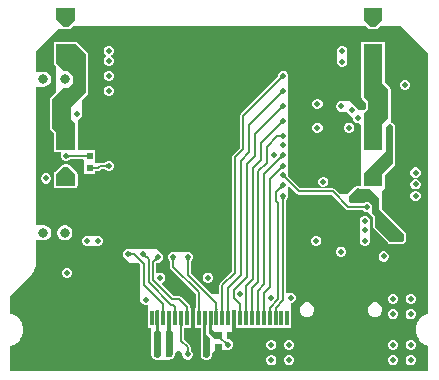
<source format=gtl>
G04*
G04 #@! TF.GenerationSoftware,Altium Limited,Altium Designer,24.10.1 (45)*
G04*
G04 Layer_Physical_Order=1*
G04 Layer_Color=255*
%FSLAX25Y25*%
%MOIN*%
G70*
G04*
G04 #@! TF.SameCoordinates,F1BA22F4-9FB4-4C3A-9B32-68D4286BD9C5*
G04*
G04*
G04 #@! TF.FilePolarity,Positive*
G04*
G01*
G75*
%ADD13R,0.07480X0.08661*%
%ADD14R,0.01181X0.05118*%
%ADD15R,0.02362X0.02362*%
%ADD16R,0.02362X0.02362*%
%ADD17R,0.06299X0.03937*%
%ADD26C,0.00630*%
%ADD27C,0.00551*%
%ADD28C,0.03150*%
%ADD29C,0.01968*%
%ADD30C,0.02756*%
G36*
X125197Y118110D02*
X122835Y115748D01*
X121260D01*
X118898Y118110D01*
Y122047D01*
X125197D01*
Y118110D01*
D02*
G37*
G36*
X22835D02*
X20472Y115748D01*
X18898D01*
X16535Y118110D01*
Y122047D01*
X22835D01*
Y118110D01*
D02*
G37*
G36*
X140528Y107110D02*
Y20330D01*
X139763Y20125D01*
X139622Y20055D01*
X139473Y20005D01*
X138494Y19439D01*
X138375Y19335D01*
X138244Y19248D01*
X137445Y18449D01*
X137357Y18317D01*
X137254Y18199D01*
X136688Y17220D01*
X136638Y17071D01*
X136568Y16930D01*
X136275Y15838D01*
X136265Y15680D01*
X136234Y15526D01*
Y14395D01*
X136265Y14241D01*
X136275Y14084D01*
X136568Y12992D01*
X136638Y12850D01*
X136688Y12701D01*
X137254Y11722D01*
X137357Y11604D01*
X137445Y11473D01*
X138244Y10673D01*
X138375Y10586D01*
X138494Y10482D01*
X139473Y9917D01*
X139622Y9866D01*
X139763Y9796D01*
X140528Y9591D01*
Y1204D01*
X1204D01*
Y9591D01*
X1969Y9796D01*
X2110Y9866D01*
X2259Y9917D01*
X3238Y10482D01*
X3357Y10586D01*
X3488Y10673D01*
X4287Y11473D01*
X4375Y11604D01*
X4479Y11722D01*
X5044Y12701D01*
X5094Y12850D01*
X5164Y12992D01*
X5457Y14084D01*
X5467Y14241D01*
X5498Y14395D01*
Y15526D01*
X5467Y15680D01*
X5457Y15838D01*
X5164Y16930D01*
X5094Y17071D01*
X5044Y17220D01*
X4479Y18199D01*
X4375Y18317D01*
X4287Y18449D01*
X3488Y19248D01*
X3357Y19335D01*
X3238Y19439D01*
X2259Y20005D01*
X2110Y20055D01*
X1969Y20125D01*
X1204Y20330D01*
Y26273D01*
X7843Y32911D01*
X7859Y32936D01*
X7883Y32954D01*
X8259Y33369D01*
X8305Y33445D01*
X8368Y33508D01*
X8989Y34438D01*
X9035Y34547D01*
X9101Y34646D01*
X9528Y35679D01*
X9551Y35795D01*
X9597Y35905D01*
X9815Y37001D01*
Y37091D01*
X9837Y37177D01*
X9864Y37736D01*
X9860Y37766D01*
X9866Y37795D01*
Y44685D01*
X12205D01*
Y44685D01*
X12542D01*
X13193Y44859D01*
X13776Y45196D01*
X14253Y45673D01*
X14589Y46256D01*
X14764Y46907D01*
Y47581D01*
X14589Y48232D01*
X14253Y48815D01*
X13776Y49292D01*
X13193Y49629D01*
X12542Y49803D01*
X9866D01*
Y95866D01*
X12542D01*
X13193Y96040D01*
X13776Y96377D01*
X14253Y96854D01*
X14589Y97437D01*
X14764Y98088D01*
Y98762D01*
X14589Y99413D01*
X14253Y99997D01*
X13776Y100473D01*
X13193Y100810D01*
X12542Y100984D01*
X9866D01*
Y107700D01*
X17191Y115025D01*
X20772D01*
X20983Y115237D01*
X20983Y115237D01*
X22085Y116339D01*
X119647D01*
X120749Y115237D01*
X120983Y115080D01*
X121260Y115025D01*
X122835D01*
X123111Y115080D01*
X123346Y115237D01*
X124447Y116339D01*
X131299D01*
X140528Y107110D01*
D02*
G37*
%LPC*%
G36*
X34274Y109567D02*
X33600D01*
X32978Y109309D01*
X32502Y108833D01*
X32244Y108211D01*
Y107537D01*
X32502Y106915D01*
X32978Y106439D01*
X33022Y106421D01*
Y106020D01*
X32978Y106002D01*
X32502Y105526D01*
X32244Y104904D01*
Y104230D01*
X32502Y103608D01*
X32978Y103132D01*
X33600Y102874D01*
X34274D01*
X34896Y103132D01*
X35372Y103608D01*
X35630Y104230D01*
Y104904D01*
X35372Y105526D01*
X34896Y106002D01*
X34852Y106020D01*
Y106421D01*
X34896Y106439D01*
X35372Y106915D01*
X35630Y107537D01*
Y108211D01*
X35372Y108833D01*
X34896Y109309D01*
X34274Y109567D01*
D02*
G37*
G36*
X112148D02*
X111474D01*
X110852Y109309D01*
X110376Y108833D01*
X110118Y108211D01*
Y103994D01*
X110376Y103372D01*
X110852Y102895D01*
X111474Y102638D01*
X112148D01*
X112770Y102895D01*
X113246Y103372D01*
X113504Y103994D01*
Y108211D01*
X113246Y108833D01*
X112770Y109309D01*
X112148Y109567D01*
D02*
G37*
G36*
X34274Y101260D02*
X33600D01*
X32978Y101002D01*
X32502Y100526D01*
X32244Y99904D01*
Y99230D01*
X32502Y98608D01*
X32978Y98132D01*
X33600Y97874D01*
X34274D01*
X34896Y98132D01*
X35372Y98608D01*
X35630Y99230D01*
Y99904D01*
X35372Y100526D01*
X34896Y101002D01*
X34274Y101260D01*
D02*
G37*
G36*
X133014Y98150D02*
X132340D01*
X131718Y97892D01*
X131242Y97416D01*
X130984Y96793D01*
Y96120D01*
X131242Y95498D01*
X131718Y95021D01*
X132340Y94764D01*
X133014D01*
X133636Y95021D01*
X134112Y95498D01*
X134370Y96120D01*
Y96793D01*
X134112Y97416D01*
X133636Y97892D01*
X133014Y98150D01*
D02*
G37*
G36*
X34274Y96260D02*
X33600D01*
X32978Y96002D01*
X32502Y95526D01*
X32244Y94904D01*
Y94230D01*
X32502Y93608D01*
X32978Y93132D01*
X33600Y92874D01*
X34274D01*
X34896Y93132D01*
X35372Y93608D01*
X35630Y94230D01*
Y94904D01*
X35372Y95526D01*
X34896Y96002D01*
X34274Y96260D01*
D02*
G37*
G36*
X103880Y91850D02*
X103207D01*
X102584Y91593D01*
X102108Y91116D01*
X101850Y90494D01*
Y89821D01*
X102108Y89198D01*
X102584Y88722D01*
X103207Y88465D01*
X103880D01*
X104502Y88722D01*
X104979Y89198D01*
X105236Y89821D01*
Y90494D01*
X104979Y91116D01*
X104502Y91593D01*
X103880Y91850D01*
D02*
G37*
G36*
X125197Y110959D02*
X118898Y110959D01*
X118828Y110945D01*
X118189D01*
Y110306D01*
X118175Y110236D01*
X118175Y92520D01*
X118230Y92243D01*
X118387Y92009D01*
X119750Y90646D01*
Y88882D01*
X119057Y88189D01*
X117323D01*
Y88221D01*
X114481Y91063D01*
X111081D01*
X110458Y90805D01*
X109982Y90329D01*
X109724Y89707D01*
Y89033D01*
X109982Y88411D01*
X110458Y87935D01*
X111081Y87677D01*
X113078D01*
X115236Y85519D01*
Y84732D01*
X116228Y83740D01*
X117441D01*
X118175Y83006D01*
X118175Y74803D01*
X118189Y74733D01*
X118189Y74094D01*
X118189D01*
Y74081D01*
X118189Y74081D01*
Y66999D01*
X118175Y66929D01*
Y62992D01*
X117873Y62730D01*
X116437D01*
X116161Y62675D01*
X115926Y62519D01*
X113465Y60058D01*
X111103D01*
X109399Y61762D01*
X109061Y61988D01*
X108661Y62067D01*
X108661Y62067D01*
X97834D01*
X93740Y66161D01*
Y69230D01*
Y73368D01*
Y79230D01*
X93740Y79904D01*
Y84230D01*
X93740Y84230D01*
Y84904D01*
X93740Y84904D01*
Y89230D01*
X93740Y89230D01*
Y89904D01*
X93740Y89904D01*
Y94230D01*
X93740Y94230D01*
Y94904D01*
X93740Y94904D01*
Y99230D01*
X93740Y99230D01*
Y99904D01*
X93740Y99904D01*
Y100173D01*
X93534Y100672D01*
X93152Y101053D01*
X92654Y101260D01*
X91711D01*
X91088Y101002D01*
X90612Y100526D01*
X90354Y99904D01*
Y99350D01*
X78002Y86998D01*
X77776Y86659D01*
X77697Y86260D01*
X77697Y86260D01*
Y75629D01*
X75246Y73179D01*
X75020Y72840D01*
X74941Y72441D01*
X74941Y72441D01*
Y34291D01*
X71112Y30462D01*
X70886Y30124D01*
X70807Y29724D01*
X70807Y29724D01*
Y26772D01*
X68405D01*
X61477Y33700D01*
Y37631D01*
X61481Y37652D01*
X61489Y37677D01*
X61500Y37703D01*
X61514Y37732D01*
X61533Y37763D01*
X61558Y37797D01*
X61589Y37835D01*
X61644Y37892D01*
X61678Y37945D01*
X61868Y38135D01*
X62126Y38758D01*
Y39431D01*
X61868Y40053D01*
X61392Y40530D01*
X60770Y40787D01*
X55096D01*
X54474Y40530D01*
X53998Y40053D01*
X53740Y39431D01*
Y38758D01*
X53998Y38135D01*
X54188Y37945D01*
X54222Y37892D01*
X54277Y37835D01*
X54308Y37797D01*
X54333Y37763D01*
X54352Y37732D01*
X54366Y37703D01*
X54377Y37677D01*
X54385Y37652D01*
X54389Y37631D01*
Y35906D01*
X54389Y35906D01*
X54469Y35506D01*
X54695Y35168D01*
X62933Y26930D01*
Y22165D01*
X62598D01*
Y15630D01*
X64632D01*
Y6458D01*
X64687Y6182D01*
X64867Y5747D01*
X65023Y5513D01*
X65355Y5181D01*
X65590Y5024D01*
X66024Y4844D01*
X66300Y4789D01*
X66770D01*
X67047Y4844D01*
X67481Y5024D01*
X67715Y5181D01*
X68048Y5513D01*
X68204Y5747D01*
X68204Y5747D01*
X68384Y6182D01*
X68439Y6458D01*
Y7022D01*
X69291Y7874D01*
Y10236D01*
X71653D01*
Y8150D01*
X73959D01*
X74581Y8407D01*
X75057Y8884D01*
X75315Y9506D01*
Y10905D01*
X74409Y11811D01*
X73228D01*
Y14173D01*
X75197D01*
Y15630D01*
Y21457D01*
X76378D01*
Y15630D01*
X94803D01*
Y22165D01*
Y23898D01*
X94923D01*
X95546Y24155D01*
X96022Y24632D01*
X96280Y25254D01*
Y25927D01*
X96022Y26550D01*
X95546Y27026D01*
X94923Y27283D01*
X93091D01*
Y58104D01*
X93095Y58125D01*
X93103Y58150D01*
X93114Y58176D01*
X93128Y58204D01*
X93147Y58235D01*
X93172Y58270D01*
X93204Y58307D01*
X93258Y58364D01*
X93292Y58418D01*
X93482Y58608D01*
X93740Y59230D01*
Y62643D01*
X93884Y62754D01*
X94104Y62845D01*
X96664Y60286D01*
X96664Y60286D01*
X97002Y60059D01*
X97402Y59980D01*
X97402Y59980D01*
X108229D01*
X113042Y55168D01*
X113380Y54941D01*
X113779Y54862D01*
X113780Y54862D01*
X118728D01*
X119378Y54213D01*
X120356D01*
X122014Y52555D01*
Y49213D01*
X122069Y48936D01*
X122225Y48702D01*
X127147Y43780D01*
X127381Y43624D01*
X127657Y43569D01*
X131890D01*
X132166Y43624D01*
X132401Y43780D01*
X132991Y44371D01*
X133148Y44605D01*
X133203Y44882D01*
Y46752D01*
X133148Y47028D01*
X132991Y47263D01*
X128168Y52086D01*
X128168Y52086D01*
X124935Y55319D01*
Y58760D01*
Y61313D01*
X125906Y62283D01*
Y62922D01*
X125919Y62992D01*
Y66630D01*
X129251Y69962D01*
X129408Y70196D01*
X129463Y70473D01*
Y82518D01*
X129408Y82795D01*
X129228Y83229D01*
X129228Y83229D01*
X129071Y83463D01*
X128739Y83796D01*
X128505Y83952D01*
X128505Y83952D01*
X128070Y84132D01*
X127888Y84187D01*
Y85433D01*
Y95276D01*
X127833Y95552D01*
X127676Y95786D01*
X125919Y97543D01*
Y110236D01*
X125906Y110306D01*
Y110945D01*
X125267D01*
X125197Y110959D01*
D02*
G37*
G36*
X114510Y83976D02*
X113837D01*
X113214Y83719D01*
X112738Y83242D01*
X112480Y82620D01*
Y81947D01*
X112738Y81324D01*
X113214Y80848D01*
X113837Y80591D01*
X114510D01*
X115132Y80848D01*
X115608Y81324D01*
X115866Y81947D01*
Y82620D01*
X115608Y83242D01*
X115132Y83719D01*
X114510Y83976D01*
D02*
G37*
G36*
X103880Y83976D02*
X103207D01*
X102584Y83719D01*
X102108Y83242D01*
X101850Y82620D01*
Y81947D01*
X102108Y81324D01*
X102584Y80848D01*
X103207Y80590D01*
X103880D01*
X104502Y80848D01*
X104979Y81324D01*
X105236Y81947D01*
Y82620D01*
X104979Y83242D01*
X104502Y83719D01*
X103880Y83976D01*
D02*
G37*
G36*
X22835Y110959D02*
X16535D01*
X16466Y110945D01*
X15827D01*
Y110306D01*
X15813Y110236D01*
Y103543D01*
X15868Y103267D01*
X16025Y103032D01*
X16535Y102522D01*
Y94329D01*
X14450Y92243D01*
X14293Y92009D01*
X14238Y91732D01*
Y87008D01*
Y82284D01*
X14293Y82007D01*
X14450Y81773D01*
X15813Y80409D01*
Y74803D01*
X15827Y74733D01*
Y74094D01*
X16466D01*
X16535Y74081D01*
X17992D01*
Y72498D01*
X18250Y71876D01*
X18726Y71399D01*
X19348Y71142D01*
X20022D01*
X20644Y71399D01*
X20834Y71590D01*
X20888Y71624D01*
X20945Y71678D01*
X20982Y71710D01*
X21016Y71735D01*
X21048Y71754D01*
X21076Y71768D01*
X21102Y71779D01*
X21127Y71786D01*
X21148Y71791D01*
X25386D01*
X25669Y71508D01*
X25669Y70945D01*
X25669Y70545D01*
Y67008D01*
X29449D01*
Y67854D01*
X30315D01*
X30315Y67854D01*
X30714Y67933D01*
X31053Y68160D01*
X31417Y68523D01*
X32474D01*
X32495Y68519D01*
X32520Y68511D01*
X32546Y68500D01*
X32574Y68486D01*
X32605Y68467D01*
X32640Y68442D01*
X32678Y68411D01*
X32734Y68356D01*
X32788Y68322D01*
X32978Y68132D01*
X33600Y67874D01*
X34274D01*
X34896Y68132D01*
X35372Y68608D01*
X35630Y69230D01*
Y69904D01*
X35372Y70526D01*
X34896Y71002D01*
X34274Y71260D01*
X33600D01*
X32978Y71002D01*
X32788Y70812D01*
X32734Y70778D01*
X32678Y70723D01*
X32640Y70692D01*
X32606Y70667D01*
X32574Y70648D01*
X32546Y70634D01*
X32520Y70623D01*
X32495Y70615D01*
X32474Y70611D01*
X29607D01*
X29449Y70945D01*
X29449Y71187D01*
Y74724D01*
X23949D01*
X23557Y74803D01*
X23557Y83465D01*
Y84943D01*
X24921Y86307D01*
Y91616D01*
X26889Y93584D01*
X27046Y93818D01*
X27101Y94095D01*
Y106693D01*
X27046Y106969D01*
X26889Y107204D01*
X23543Y110549D01*
Y110945D01*
X22905D01*
X22835Y110959D01*
D02*
G37*
G36*
X136557Y69016D02*
X135884D01*
X135261Y68758D01*
X134785Y68282D01*
X134528Y67660D01*
Y66986D01*
X134785Y66364D01*
X135261Y65888D01*
X135884Y65630D01*
X136557D01*
X137179Y65888D01*
X137656Y66364D01*
X137913Y66986D01*
Y67660D01*
X137656Y68282D01*
X137179Y68758D01*
X136557Y69016D01*
D02*
G37*
G36*
X13329Y67047D02*
X12655D01*
X12033Y66790D01*
X11557Y66313D01*
X11299Y65691D01*
Y65018D01*
X11557Y64395D01*
X12033Y63919D01*
X12655Y63661D01*
X13329D01*
X13951Y63919D01*
X14427Y64395D01*
X14685Y65018D01*
Y65691D01*
X14427Y66313D01*
X13951Y66790D01*
X13329Y67047D01*
D02*
G37*
G36*
X105849Y65866D02*
X105175D01*
X104553Y65608D01*
X104077Y65132D01*
X103819Y64510D01*
Y63836D01*
X104077Y63214D01*
X104553Y62738D01*
X105175Y62480D01*
X105849D01*
X106471Y62738D01*
X106947Y63214D01*
X107205Y63836D01*
Y64510D01*
X106947Y65132D01*
X106471Y65608D01*
X105849Y65866D01*
D02*
G37*
G36*
X20472Y70014D02*
X18898D01*
X18621Y69959D01*
X18387Y69802D01*
X16222Y67638D01*
X15827D01*
Y66999D01*
X15813Y66929D01*
Y62992D01*
X15827Y62922D01*
Y62283D01*
X16466D01*
X16535Y62270D01*
X22835D01*
X22905Y62283D01*
X23543D01*
Y62922D01*
X23557Y62992D01*
Y66929D01*
X23543Y66999D01*
Y67638D01*
X23148D01*
X20983Y69802D01*
X20749Y69959D01*
X20472Y70014D01*
D02*
G37*
G36*
X136557Y65079D02*
X135884D01*
X135261Y64821D01*
X134785Y64345D01*
X134528Y63723D01*
Y63049D01*
X134785Y62427D01*
X135261Y61951D01*
X135884Y61693D01*
X136557D01*
X137179Y61951D01*
X137656Y62427D01*
X137913Y63049D01*
Y63723D01*
X137656Y64345D01*
X137179Y64821D01*
X136557Y65079D01*
D02*
G37*
G36*
Y61142D02*
X135884D01*
X135261Y60884D01*
X134785Y60408D01*
X134528Y59786D01*
Y59112D01*
X134785Y58490D01*
X135261Y58014D01*
X135884Y57756D01*
X136557D01*
X137179Y58014D01*
X137656Y58490D01*
X137913Y59112D01*
Y59786D01*
X137656Y60408D01*
X137179Y60884D01*
X136557Y61142D01*
D02*
G37*
G36*
X19628Y49803D02*
X18954D01*
X18304Y49629D01*
X17720Y49292D01*
X17244Y48815D01*
X16907Y48232D01*
X16732Y47581D01*
Y46907D01*
X16907Y46256D01*
X17244Y45673D01*
X17720Y45196D01*
X18304Y44859D01*
X18954Y44685D01*
X19628D01*
X20279Y44859D01*
X20863Y45196D01*
X21339Y45673D01*
X21676Y46256D01*
X21850Y46907D01*
Y47581D01*
X21676Y48232D01*
X21339Y48815D01*
X20863Y49292D01*
X20279Y49629D01*
X19628Y49803D01*
D02*
G37*
G36*
X119628Y52874D02*
X118955D01*
X118332Y52616D01*
X117856Y52140D01*
X117598Y51518D01*
Y48368D01*
Y44151D01*
X117856Y43529D01*
X118332Y43053D01*
X118955Y42795D01*
X119628D01*
X120250Y43053D01*
X120727Y43529D01*
X120984Y44151D01*
Y51518D01*
X120727Y52140D01*
X120250Y52616D01*
X119628Y52874D01*
D02*
G37*
G36*
X103486Y46181D02*
X102813D01*
X102191Y45923D01*
X101714Y45447D01*
X101457Y44825D01*
Y44151D01*
X101714Y43529D01*
X102191Y43053D01*
X102813Y42795D01*
X103486D01*
X104109Y43053D01*
X104585Y43529D01*
X104842Y44151D01*
Y44825D01*
X104585Y45447D01*
X104109Y45923D01*
X103486Y46181D01*
D02*
G37*
G36*
X30652D02*
X26435D01*
X25813Y45923D01*
X25337Y45447D01*
X25079Y44825D01*
Y44151D01*
X25337Y43529D01*
X25813Y43053D01*
X26435Y42795D01*
X30652D01*
X31274Y43053D01*
X31750Y43529D01*
X32008Y44151D01*
Y44825D01*
X31750Y45447D01*
X31274Y45923D01*
X30652Y46181D01*
D02*
G37*
G36*
X111754Y42638D02*
X111081D01*
X110458Y42380D01*
X109982Y41904D01*
X109724Y41282D01*
Y40608D01*
X109982Y39986D01*
X110458Y39510D01*
X111081Y39252D01*
X111754D01*
X112376Y39510D01*
X112853Y39986D01*
X113110Y40608D01*
Y41282D01*
X112853Y41904D01*
X112376Y42380D01*
X111754Y42638D01*
D02*
G37*
G36*
X125927Y41063D02*
X125254D01*
X124632Y40805D01*
X124155Y40329D01*
X123898Y39707D01*
Y39033D01*
X124155Y38411D01*
X124632Y37935D01*
X125254Y37677D01*
X125927D01*
X126549Y37935D01*
X127026Y38411D01*
X127284Y39033D01*
Y39707D01*
X127026Y40329D01*
X126549Y40805D01*
X125927Y41063D01*
D02*
G37*
G36*
X20415Y35551D02*
X19742D01*
X19120Y35293D01*
X18644Y34817D01*
X18386Y34195D01*
Y33522D01*
X18644Y32899D01*
X19120Y32423D01*
X19742Y32165D01*
X20415D01*
X21038Y32423D01*
X21514Y32899D01*
X21772Y33522D01*
Y34195D01*
X21514Y34817D01*
X21038Y35293D01*
X20415Y35551D01*
D02*
G37*
G36*
X67266Y33976D02*
X66592D01*
X65970Y33719D01*
X65494Y33242D01*
X65236Y32620D01*
Y31947D01*
X65494Y31324D01*
X65970Y30848D01*
X66592Y30591D01*
X67266D01*
X67888Y30848D01*
X68364Y31324D01*
X68622Y31947D01*
Y32620D01*
X68364Y33242D01*
X67888Y33719D01*
X67266Y33976D01*
D02*
G37*
G36*
X134982Y26890D02*
X134309D01*
X133687Y26632D01*
X133211Y26156D01*
X132953Y25534D01*
Y24860D01*
X133211Y24238D01*
X133687Y23762D01*
X134309Y23504D01*
X134982D01*
X135605Y23762D01*
X136081Y24238D01*
X136339Y24860D01*
Y25534D01*
X136081Y26156D01*
X135605Y26632D01*
X134982Y26890D01*
D02*
G37*
G36*
X129077D02*
X128403D01*
X127781Y26632D01*
X127305Y26156D01*
X127047Y25534D01*
Y24860D01*
X127305Y24238D01*
X127781Y23762D01*
X128403Y23504D01*
X129077D01*
X129699Y23762D01*
X130175Y24238D01*
X130433Y24860D01*
Y25534D01*
X130175Y26156D01*
X129699Y26632D01*
X129077Y26890D01*
D02*
G37*
G36*
X123265Y24016D02*
X122325D01*
X121457Y23656D01*
X120793Y22992D01*
X120433Y22123D01*
Y21184D01*
X120793Y20315D01*
X121457Y19651D01*
X122325Y19291D01*
X123265D01*
X124133Y19651D01*
X124798Y20315D01*
X125157Y21184D01*
Y22123D01*
X124798Y22992D01*
X124133Y23656D01*
X123265Y24016D01*
D02*
G37*
G36*
X100509D02*
X99569D01*
X98701Y23656D01*
X98037Y22992D01*
X97677Y22123D01*
Y21184D01*
X98037Y20315D01*
X98701Y19651D01*
X99569Y19291D01*
X100509D01*
X101377Y19651D01*
X102042Y20315D01*
X102402Y21184D01*
Y22123D01*
X102042Y22992D01*
X101377Y23656D01*
X100509Y24016D01*
D02*
G37*
G36*
X134982Y21772D02*
X134309D01*
X133687Y21514D01*
X133211Y21038D01*
X132953Y20415D01*
Y19742D01*
X133211Y19120D01*
X133687Y18644D01*
X134309Y18386D01*
X134982D01*
X135605Y18644D01*
X136081Y19120D01*
X136339Y19742D01*
Y20415D01*
X136081Y21038D01*
X135605Y21514D01*
X134982Y21772D01*
D02*
G37*
G36*
X129077D02*
X128403D01*
X127781Y21514D01*
X127305Y21038D01*
X127047Y20415D01*
Y19742D01*
X127305Y19120D01*
X127781Y18644D01*
X128403Y18386D01*
X129077D01*
X129699Y18644D01*
X130175Y19120D01*
X130433Y19742D01*
Y20415D01*
X130175Y21038D01*
X129699Y21514D01*
X129077Y21772D01*
D02*
G37*
G36*
X134982Y11535D02*
X134309D01*
X133687Y11278D01*
X133211Y10802D01*
X132953Y10179D01*
Y9506D01*
X133211Y8884D01*
X133687Y8407D01*
X134309Y8150D01*
X134982D01*
X135605Y8407D01*
X136081Y8884D01*
X136339Y9506D01*
Y10179D01*
X136081Y10802D01*
X135605Y11278D01*
X134982Y11535D01*
D02*
G37*
G36*
X129077D02*
X128403D01*
X127781Y11278D01*
X127305Y10802D01*
X127047Y10179D01*
Y9506D01*
X127305Y8884D01*
X127781Y8407D01*
X128403Y8150D01*
X129077D01*
X129699Y8407D01*
X130175Y8884D01*
X130433Y9506D01*
Y10179D01*
X130175Y10802D01*
X129699Y11278D01*
X129077Y11535D01*
D02*
G37*
G36*
X94431D02*
X93758D01*
X93135Y11278D01*
X92659Y10802D01*
X92402Y10179D01*
Y9506D01*
X92659Y8884D01*
X93135Y8407D01*
X93758Y8150D01*
X94431D01*
X95053Y8407D01*
X95530Y8884D01*
X95787Y9506D01*
Y10179D01*
X95530Y10802D01*
X95053Y11278D01*
X94431Y11535D01*
D02*
G37*
G36*
X88526D02*
X87852D01*
X87230Y11278D01*
X86754Y10802D01*
X86496Y10179D01*
Y9506D01*
X86754Y8884D01*
X87230Y8407D01*
X87852Y8150D01*
X88526D01*
X89148Y8407D01*
X89624Y8884D01*
X89882Y9506D01*
Y10179D01*
X89624Y10802D01*
X89148Y11278D01*
X88526Y11535D01*
D02*
G37*
G36*
X50071Y41850D02*
X39751D01*
X38760Y40859D01*
Y39456D01*
X41168Y37048D01*
X44153D01*
X44291Y36910D01*
Y24574D01*
X45498Y23368D01*
X46120Y23110D01*
X46793D01*
X46929Y23020D01*
Y15630D01*
X48031D01*
Y7087D01*
X48031Y6669D01*
X48351Y5897D01*
X48942Y5306D01*
X49714Y4986D01*
X50132Y4986D01*
X54211D01*
X54488Y5041D01*
X54994Y5251D01*
X55229Y5407D01*
X55616Y5795D01*
X55616Y5795D01*
X55773Y6030D01*
X55983Y6536D01*
X56037Y6813D01*
Y7219D01*
X56693Y7874D01*
X57699D01*
X58543Y7030D01*
Y6356D01*
X58801Y5734D01*
X59277Y5258D01*
X59899Y5000D01*
X60573D01*
X61195Y5258D01*
X61671Y5734D01*
X61929Y6356D01*
Y7030D01*
X61671Y7652D01*
X61480Y7843D01*
X61445Y7898D01*
X61381Y7964D01*
X61339Y8012D01*
X61306Y8056D01*
X61281Y8095D01*
X61263Y8128D01*
X61251Y8156D01*
X61243Y8178D01*
X61240Y8191D01*
Y9055D01*
X61163Y9439D01*
X60946Y9765D01*
X59074Y11636D01*
Y15630D01*
X61417D01*
Y22165D01*
X61083D01*
Y22638D01*
X61083Y22638D01*
X61004Y23037D01*
X60777Y23376D01*
X58218Y25935D01*
X57880Y26161D01*
X57480Y26241D01*
X57480Y26241D01*
X55550D01*
X51570Y30221D01*
X51693Y30663D01*
X52140Y30848D01*
X52616Y31324D01*
X52874Y31947D01*
Y32620D01*
X52616Y33242D01*
X52140Y33719D01*
X51518Y33976D01*
X50844D01*
X50263Y33735D01*
X49863Y33882D01*
Y37048D01*
X50781D01*
X52126Y38393D01*
Y39796D01*
X50071Y41850D01*
D02*
G37*
G36*
X134982Y6417D02*
X134309D01*
X133687Y6160D01*
X133211Y5683D01*
X132953Y5061D01*
Y4388D01*
X133211Y3765D01*
X133687Y3289D01*
X134309Y3032D01*
X134982D01*
X135605Y3289D01*
X136081Y3765D01*
X136339Y4388D01*
Y5061D01*
X136081Y5683D01*
X135605Y6160D01*
X134982Y6417D01*
D02*
G37*
G36*
X129077D02*
X128403D01*
X127781Y6160D01*
X127305Y5683D01*
X127047Y5061D01*
Y4388D01*
X127305Y3765D01*
X127781Y3289D01*
X128403Y3032D01*
X129077D01*
X129699Y3289D01*
X130175Y3765D01*
X130433Y4388D01*
Y5061D01*
X130175Y5683D01*
X129699Y6160D01*
X129077Y6417D01*
D02*
G37*
G36*
X94431D02*
X93758D01*
X93135Y6160D01*
X92659Y5683D01*
X92402Y5061D01*
Y4388D01*
X92659Y3765D01*
X93135Y3289D01*
X93758Y3032D01*
X94431D01*
X95053Y3289D01*
X95530Y3765D01*
X95787Y4388D01*
Y5061D01*
X95530Y5683D01*
X95053Y6160D01*
X94431Y6417D01*
D02*
G37*
G36*
X88526D02*
X87852D01*
X87230Y6160D01*
X86754Y5683D01*
X86496Y5061D01*
Y4388D01*
X86754Y3765D01*
X87230Y3289D01*
X87852Y3032D01*
X88526D01*
X89148Y3289D01*
X89624Y3765D01*
X89882Y4388D01*
Y5061D01*
X89624Y5683D01*
X89148Y6160D01*
X88526Y6417D01*
D02*
G37*
%LPD*%
G36*
X125197Y97244D02*
X127165Y95276D01*
Y85433D01*
X125197Y83465D01*
X125197Y74803D01*
X118898D01*
X118898Y87008D01*
X120472Y88583D01*
Y90945D01*
X118898Y92520D01*
X118898Y110236D01*
X125197Y110236D01*
Y97244D01*
D02*
G37*
G36*
X92037Y72047D02*
X91935Y72045D01*
X91836Y72036D01*
X91742Y72021D01*
X91651Y71999D01*
X91565Y71971D01*
X91482Y71936D01*
X91404Y71895D01*
X91329Y71847D01*
X91259Y71793D01*
X91193Y71732D01*
X90748Y72177D01*
X90808Y72243D01*
X90863Y72314D01*
X90911Y72388D01*
X90952Y72466D01*
X90987Y72549D01*
X91015Y72635D01*
X91037Y72726D01*
X91052Y72820D01*
X91061Y72919D01*
X91063Y73022D01*
X92037Y72047D01*
D02*
G37*
G36*
Y68583D02*
X91935Y68581D01*
X91836Y68572D01*
X91742Y68557D01*
X91651Y68535D01*
X91565Y68506D01*
X91482Y68472D01*
X91404Y68430D01*
X91329Y68383D01*
X91259Y68328D01*
X91193Y68267D01*
X90748Y68713D01*
X90808Y68779D01*
X90863Y68849D01*
X90911Y68923D01*
X90952Y69002D01*
X90987Y69084D01*
X91015Y69171D01*
X91037Y69261D01*
X91052Y69356D01*
X91061Y69454D01*
X91063Y69557D01*
X92037Y68583D01*
D02*
G37*
G36*
X128228Y83285D02*
X128560Y82952D01*
X128740Y82518D01*
Y82284D01*
Y70473D01*
X125197Y66929D01*
Y62992D01*
X118898D01*
Y66929D01*
X118898D01*
X126378Y74410D01*
Y82284D01*
Y82518D01*
X126558Y82952D01*
X126890Y83285D01*
X127324Y83465D01*
X127794D01*
X128228Y83285D01*
D02*
G37*
G36*
X92037Y62047D02*
X91935Y62045D01*
X91836Y62036D01*
X91742Y62021D01*
X91651Y61999D01*
X91565Y61971D01*
X91482Y61936D01*
X91404Y61895D01*
X91329Y61847D01*
X91259Y61793D01*
X91193Y61732D01*
X90748Y62177D01*
X90808Y62243D01*
X90863Y62314D01*
X90911Y62388D01*
X90952Y62466D01*
X90987Y62549D01*
X91015Y62635D01*
X91037Y62726D01*
X91052Y62820D01*
X91061Y62919D01*
X91063Y63022D01*
X92037Y62047D01*
D02*
G37*
G36*
X92665Y58790D02*
X92602Y58714D01*
X92545Y58636D01*
X92497Y58557D01*
X92456Y58476D01*
X92422Y58393D01*
X92396Y58308D01*
X92377Y58222D01*
X92366Y58134D01*
X92362Y58044D01*
X91732D01*
X91729Y58134D01*
X91717Y58222D01*
X91699Y58308D01*
X91672Y58393D01*
X91639Y58476D01*
X91598Y58557D01*
X91549Y58636D01*
X91493Y58714D01*
X91429Y58790D01*
X91358Y58864D01*
X92736D01*
X92665Y58790D01*
D02*
G37*
G36*
X124213Y58760D02*
Y55020D01*
X127657Y51575D01*
X132480Y46752D01*
Y44882D01*
X131890Y44291D01*
X127657D01*
X122736Y49213D01*
Y52854D01*
X121850Y53740D01*
X121850Y56595D01*
X120768Y57677D01*
X119390D01*
X118996Y57284D01*
X114469D01*
X113976Y57776D01*
Y59547D01*
X116437Y62008D01*
X120965D01*
X124213Y58760D01*
D02*
G37*
G36*
X61051Y38317D02*
X60987Y38241D01*
X60931Y38164D01*
X60883Y38084D01*
X60842Y38003D01*
X60808Y37920D01*
X60782Y37836D01*
X60763Y37749D01*
X60752Y37661D01*
X60748Y37571D01*
X60118D01*
X60114Y37661D01*
X60103Y37749D01*
X60084Y37836D01*
X60058Y37920D01*
X60025Y38003D01*
X59983Y38084D01*
X59935Y38164D01*
X59879Y38241D01*
X59815Y38317D01*
X59744Y38392D01*
X61122D01*
X61051Y38317D01*
D02*
G37*
G36*
X56051D02*
X55987Y38241D01*
X55931Y38164D01*
X55883Y38084D01*
X55841Y38003D01*
X55808Y37920D01*
X55782Y37836D01*
X55763Y37749D01*
X55752Y37661D01*
X55748Y37571D01*
X55118D01*
X55114Y37661D01*
X55103Y37749D01*
X55084Y37836D01*
X55058Y37920D01*
X55025Y38003D01*
X54984Y38084D01*
X54935Y38164D01*
X54879Y38241D01*
X54815Y38317D01*
X54744Y38392D01*
X56122D01*
X56051Y38317D01*
D02*
G37*
G36*
X89885Y21955D02*
X89906Y21753D01*
X89924Y21671D01*
X89948Y21602D01*
X89977Y21545D01*
X90011Y21501D01*
X90051Y21470D01*
X90095Y21451D01*
X90145Y21445D01*
X88988D01*
X89038Y21451D01*
X89083Y21470D01*
X89123Y21501D01*
X89157Y21545D01*
X89186Y21602D01*
X89210Y21671D01*
X89228Y21753D01*
X89241Y21848D01*
X89249Y21955D01*
X89252Y22075D01*
X89882D01*
X89885Y21955D01*
D02*
G37*
G36*
X87916D02*
X87937Y21753D01*
X87956Y21671D01*
X87979Y21602D01*
X88008Y21545D01*
X88042Y21501D01*
X88082Y21470D01*
X88127Y21451D01*
X88177Y21445D01*
X87020D01*
X87070Y21451D01*
X87115Y21470D01*
X87154Y21501D01*
X87189Y21545D01*
X87218Y21602D01*
X87241Y21671D01*
X87260Y21753D01*
X87273Y21848D01*
X87281Y21955D01*
X87283Y22075D01*
X87913D01*
X87916Y21955D01*
D02*
G37*
G36*
X85948D02*
X85969Y21753D01*
X85987Y21671D01*
X86011Y21602D01*
X86040Y21545D01*
X86074Y21501D01*
X86114Y21470D01*
X86158Y21451D01*
X86208Y21445D01*
X85051D01*
X85101Y21451D01*
X85146Y21470D01*
X85186Y21501D01*
X85220Y21545D01*
X85249Y21602D01*
X85273Y21671D01*
X85291Y21753D01*
X85304Y21848D01*
X85312Y21955D01*
X85315Y22075D01*
X85945D01*
X85948Y21955D01*
D02*
G37*
G36*
X83979D02*
X84000Y21753D01*
X84019Y21671D01*
X84042Y21602D01*
X84071Y21545D01*
X84105Y21501D01*
X84145Y21470D01*
X84190Y21451D01*
X84240Y21445D01*
X83083D01*
X83133Y21451D01*
X83178Y21470D01*
X83217Y21501D01*
X83252Y21545D01*
X83281Y21602D01*
X83304Y21671D01*
X83323Y21753D01*
X83336Y21848D01*
X83344Y21955D01*
X83346Y22075D01*
X83976D01*
X83979Y21955D01*
D02*
G37*
G36*
X82011D02*
X82032Y21753D01*
X82050Y21671D01*
X82074Y21602D01*
X82103Y21545D01*
X82137Y21501D01*
X82177Y21470D01*
X82221Y21451D01*
X82271Y21445D01*
X81114D01*
X81164Y21451D01*
X81209Y21470D01*
X81249Y21501D01*
X81283Y21545D01*
X81312Y21602D01*
X81336Y21671D01*
X81354Y21753D01*
X81367Y21848D01*
X81375Y21955D01*
X81378Y22075D01*
X82008D01*
X82011Y21955D01*
D02*
G37*
G36*
X80042D02*
X80063Y21753D01*
X80081Y21671D01*
X80105Y21602D01*
X80134Y21545D01*
X80168Y21501D01*
X80208Y21470D01*
X80253Y21451D01*
X80303Y21445D01*
X79146D01*
X79196Y21451D01*
X79241Y21470D01*
X79280Y21501D01*
X79315Y21545D01*
X79344Y21602D01*
X79367Y21671D01*
X79386Y21753D01*
X79399Y21848D01*
X79407Y21955D01*
X79409Y22075D01*
X80039D01*
X80042Y21955D01*
D02*
G37*
G36*
X78074D02*
X78095Y21753D01*
X78113Y21671D01*
X78137Y21602D01*
X78166Y21545D01*
X78200Y21501D01*
X78240Y21470D01*
X78284Y21451D01*
X78334Y21445D01*
X77177D01*
X77227Y21451D01*
X77272Y21470D01*
X77312Y21501D01*
X77346Y21545D01*
X77375Y21602D01*
X77399Y21671D01*
X77417Y21753D01*
X77430Y21848D01*
X77438Y21955D01*
X77441Y22075D01*
X78071D01*
X78074Y21955D01*
D02*
G37*
G36*
X74137D02*
X74158Y21753D01*
X74176Y21671D01*
X74200Y21602D01*
X74229Y21545D01*
X74263Y21501D01*
X74303Y21470D01*
X74347Y21451D01*
X74397Y21445D01*
X73240D01*
X73290Y21451D01*
X73335Y21470D01*
X73375Y21501D01*
X73409Y21545D01*
X73438Y21602D01*
X73462Y21671D01*
X73480Y21753D01*
X73493Y21848D01*
X73501Y21955D01*
X73504Y22075D01*
X74134D01*
X74137Y21955D01*
D02*
G37*
G36*
X72168D02*
X72189Y21753D01*
X72207Y21671D01*
X72231Y21602D01*
X72260Y21545D01*
X72294Y21501D01*
X72334Y21470D01*
X72379Y21451D01*
X72429Y21445D01*
X71272D01*
X71322Y21451D01*
X71367Y21470D01*
X71406Y21501D01*
X71441Y21545D01*
X71469Y21602D01*
X71493Y21671D01*
X71512Y21753D01*
X71525Y21848D01*
X71533Y21955D01*
X71535Y22075D01*
X72165D01*
X72168Y21955D01*
D02*
G37*
G36*
X70200D02*
X70221Y21753D01*
X70239Y21671D01*
X70263Y21602D01*
X70292Y21545D01*
X70326Y21501D01*
X70366Y21470D01*
X70410Y21451D01*
X70460Y21445D01*
X69303D01*
X69353Y21451D01*
X69398Y21470D01*
X69438Y21501D01*
X69472Y21545D01*
X69501Y21602D01*
X69525Y21671D01*
X69543Y21753D01*
X69556Y21848D01*
X69564Y21955D01*
X69567Y22075D01*
X70197D01*
X70200Y21955D01*
D02*
G37*
G36*
X64294D02*
X64315Y21753D01*
X64333Y21671D01*
X64357Y21602D01*
X64386Y21545D01*
X64420Y21501D01*
X64460Y21470D01*
X64505Y21451D01*
X64555Y21445D01*
X63398D01*
X63448Y21451D01*
X63493Y21470D01*
X63532Y21501D01*
X63566Y21545D01*
X63595Y21602D01*
X63619Y21671D01*
X63638Y21753D01*
X63651Y21848D01*
X63659Y21955D01*
X63661Y22075D01*
X64291D01*
X64294Y21955D01*
D02*
G37*
G36*
X68504Y14961D02*
X69291Y14173D01*
X71653D01*
Y12289D01*
X71688Y12228D01*
X71751Y12139D01*
X71829Y12041D01*
X72031Y11823D01*
X71641Y11433D01*
X71529Y11542D01*
X71326Y11714D01*
X71236Y11776D01*
X71175Y11811D01*
X69291D01*
X67323Y13780D01*
Y18898D01*
X68504D01*
Y14961D01*
D02*
G37*
G36*
X72794Y11066D02*
X72863Y11015D01*
X72937Y10970D01*
X73017Y10931D01*
X73102Y10898D01*
X73193Y10871D01*
X73290Y10851D01*
X73392Y10837D01*
X73499Y10829D01*
X73612Y10827D01*
X72638Y9852D01*
X72636Y9965D01*
X72628Y10073D01*
X72614Y10175D01*
X72593Y10271D01*
X72567Y10362D01*
X72534Y10447D01*
X72495Y10527D01*
X72450Y10601D01*
X72399Y10670D01*
X72342Y10733D01*
X72731Y11123D01*
X72794Y11066D01*
D02*
G37*
G36*
X66535Y13386D02*
X67716Y12205D01*
Y6693D01*
Y6458D01*
X67537Y6024D01*
X67204Y5692D01*
X66770Y5512D01*
X66300D01*
X65866Y5692D01*
X65534Y6024D01*
X65354Y6458D01*
Y6693D01*
Y18898D01*
X66535D01*
Y13386D01*
D02*
G37*
G36*
X26378Y106693D02*
Y94095D01*
X21260Y88976D01*
X21260Y85039D01*
X22835Y83465D01*
X22835Y74803D01*
X16535D01*
Y80709D01*
X14961Y82284D01*
Y87008D01*
Y91732D01*
X18898Y95669D01*
X20472D01*
X22047Y97244D01*
Y99606D01*
X20472Y101181D01*
X18898D01*
X16535Y103543D01*
Y110236D01*
X22835D01*
X26378Y106693D01*
D02*
G37*
G36*
X26402Y72205D02*
X26395Y72265D01*
X26376Y72318D01*
X26344Y72365D01*
X26299Y72406D01*
X26241Y72441D01*
X26171Y72469D01*
X26087Y72491D01*
X25991Y72507D01*
X25882Y72517D01*
X25760Y72520D01*
Y73150D01*
X25882Y73153D01*
X25991Y73162D01*
X26087Y73178D01*
X26171Y73200D01*
X26241Y73228D01*
X26299Y73263D01*
X26344Y73304D01*
X26376Y73351D01*
X26395Y73405D01*
X26402Y73465D01*
Y72205D01*
D02*
G37*
G36*
X20462Y73453D02*
X20538Y73389D01*
X20616Y73333D01*
X20695Y73284D01*
X20776Y73243D01*
X20859Y73210D01*
X20944Y73183D01*
X21030Y73165D01*
X21118Y73153D01*
X21208Y73150D01*
Y72520D01*
X21118Y72516D01*
X21030Y72505D01*
X20944Y72486D01*
X20859Y72460D01*
X20776Y72426D01*
X20695Y72385D01*
X20616Y72336D01*
X20538Y72280D01*
X20462Y72217D01*
X20388Y72146D01*
Y73524D01*
X20462Y73453D01*
D02*
G37*
G36*
X33234Y68878D02*
X33160Y68949D01*
X33084Y69013D01*
X33006Y69069D01*
X32927Y69117D01*
X32846Y69159D01*
X32763Y69192D01*
X32678Y69218D01*
X32592Y69237D01*
X32504Y69248D01*
X32414Y69252D01*
Y69882D01*
X32504Y69886D01*
X32592Y69897D01*
X32678Y69916D01*
X32763Y69942D01*
X32846Y69975D01*
X32927Y70016D01*
X33006Y70065D01*
X33084Y70121D01*
X33160Y70185D01*
X33234Y70256D01*
Y68878D01*
D02*
G37*
G36*
X28723Y69468D02*
X28742Y69414D01*
X28774Y69367D01*
X28819Y69326D01*
X28877Y69291D01*
X28947Y69263D01*
X29031Y69241D01*
X29127Y69225D01*
X29236Y69216D01*
X29358Y69213D01*
Y68583D01*
X29236Y68580D01*
X29127Y68570D01*
X29031Y68554D01*
X28947Y68532D01*
X28877Y68504D01*
X28819Y68469D01*
X28774Y68428D01*
X28742Y68381D01*
X28723Y68328D01*
X28716Y68268D01*
Y69528D01*
X28723Y69468D01*
D02*
G37*
G36*
X22835Y66929D02*
Y62992D01*
X16535D01*
Y66929D01*
X18898Y69291D01*
X20472D01*
X22835Y66929D01*
D02*
G37*
G36*
X41230Y40775D02*
X41306Y40712D01*
X41383Y40656D01*
X41463Y40607D01*
X41544Y40566D01*
X41627Y40532D01*
X41712Y40506D01*
X41798Y40487D01*
X41886Y40476D01*
X41976Y40472D01*
Y39843D01*
X41886Y39839D01*
X41798Y39828D01*
X41712Y39809D01*
X41627Y39783D01*
X41544Y39749D01*
X41463Y39708D01*
X41383Y39659D01*
X41306Y39603D01*
X41230Y39540D01*
X41156Y39469D01*
Y40846D01*
X41230Y40775D01*
D02*
G37*
G36*
X46459Y40045D02*
X46468Y39946D01*
X46483Y39852D01*
X46505Y39761D01*
X46533Y39675D01*
X46568Y39592D01*
X46609Y39514D01*
X46657Y39440D01*
X46711Y39369D01*
X46772Y39303D01*
X46327Y38858D01*
X46260Y38919D01*
X46190Y38973D01*
X46116Y39021D01*
X46038Y39062D01*
X45955Y39097D01*
X45869Y39125D01*
X45778Y39147D01*
X45684Y39162D01*
X45585Y39171D01*
X45482Y39173D01*
X46457Y40148D01*
X46459Y40045D01*
D02*
G37*
G36*
X50423Y38110D02*
X50321Y38108D01*
X50222Y38099D01*
X50127Y38084D01*
X50037Y38062D01*
X49950Y38034D01*
X49868Y37999D01*
X49790Y37958D01*
X49715Y37910D01*
X49645Y37856D01*
X49579Y37795D01*
X49133Y38240D01*
X49194Y38306D01*
X49249Y38377D01*
X49297Y38451D01*
X49338Y38529D01*
X49373Y38612D01*
X49401Y38698D01*
X49423Y38789D01*
X49438Y38883D01*
X49447Y38982D01*
X49449Y39085D01*
X50423Y38110D01*
D02*
G37*
G36*
X60357Y21955D02*
X60378Y21753D01*
X60396Y21671D01*
X60420Y21602D01*
X60449Y21545D01*
X60483Y21501D01*
X60523Y21470D01*
X60568Y21451D01*
X60618Y21445D01*
X59461D01*
X59511Y21451D01*
X59556Y21470D01*
X59595Y21501D01*
X59629Y21545D01*
X59658Y21602D01*
X59682Y21671D01*
X59701Y21753D01*
X59714Y21848D01*
X59722Y21955D01*
X59724Y22075D01*
X60354D01*
X60357Y21955D01*
D02*
G37*
G36*
X56420D02*
X56441Y21753D01*
X56459Y21671D01*
X56483Y21602D01*
X56512Y21545D01*
X56546Y21501D01*
X56586Y21470D01*
X56631Y21451D01*
X56681Y21445D01*
X55524D01*
X55574Y21451D01*
X55619Y21470D01*
X55658Y21501D01*
X55692Y21545D01*
X55721Y21602D01*
X55745Y21671D01*
X55764Y21753D01*
X55777Y21848D01*
X55785Y21955D01*
X55787Y22075D01*
X56417D01*
X56420Y21955D01*
D02*
G37*
G36*
X52483D02*
X52504Y21753D01*
X52522Y21671D01*
X52546Y21602D01*
X52575Y21545D01*
X52609Y21501D01*
X52649Y21470D01*
X52694Y21451D01*
X52744Y21445D01*
X51587D01*
X51637Y21451D01*
X51682Y21470D01*
X51721Y21501D01*
X51755Y21545D01*
X51784Y21602D01*
X51808Y21671D01*
X51827Y21753D01*
X51840Y21848D01*
X51848Y21955D01*
X51850Y22075D01*
X52480D01*
X52483Y21955D01*
D02*
G37*
G36*
X58570Y16357D02*
X58523Y16340D01*
X58482Y16312D01*
X58446Y16273D01*
X58415Y16222D01*
X58390Y16160D01*
X58371Y16087D01*
X58358Y16002D01*
X58349Y15906D01*
X58346Y15799D01*
X57795D01*
X57793Y15906D01*
X57784Y16002D01*
X57771Y16087D01*
X57751Y16160D01*
X57726Y16222D01*
X57696Y16273D01*
X57660Y16312D01*
X57619Y16340D01*
X57572Y16357D01*
X57520Y16363D01*
X58622D01*
X58570Y16357D01*
D02*
G37*
G36*
X60516Y8143D02*
X60528Y8058D01*
X60549Y7974D01*
X60578Y7890D01*
X60615Y7807D01*
X60661Y7723D01*
X60714Y7641D01*
X60776Y7559D01*
X60847Y7477D01*
X60925Y7396D01*
X59547D01*
X59626Y7477D01*
X59696Y7559D01*
X59758Y7641D01*
X59812Y7723D01*
X59857Y7807D01*
X59895Y7890D01*
X59923Y7974D01*
X59944Y8058D01*
X59957Y8143D01*
X59961Y8228D01*
X60512D01*
X60516Y8143D01*
D02*
G37*
G36*
X54724Y14764D02*
X55315Y14173D01*
Y11811D01*
Y7087D01*
Y6813D01*
X55105Y6306D01*
X54718Y5918D01*
X54211Y5709D01*
X53741D01*
X53379Y5858D01*
X53103Y6135D01*
X52953Y6497D01*
Y6693D01*
Y11811D01*
Y14173D01*
X53543Y14764D01*
Y18898D01*
X54724D01*
Y14764D01*
D02*
G37*
G36*
X50787Y14764D02*
X51378Y14173D01*
Y6693D01*
Y6458D01*
X51198Y6024D01*
X50866Y5692D01*
X50432Y5512D01*
X49962D01*
X49528Y5692D01*
X49196Y6024D01*
X49016Y6458D01*
Y6693D01*
Y14173D01*
X49606Y14764D01*
Y21457D01*
X50787D01*
Y14764D01*
D02*
G37*
D13*
X101181Y31693D02*
D03*
X40551D02*
D03*
D14*
X93504Y18898D02*
D03*
X91535D02*
D03*
X89567D02*
D03*
X87598D02*
D03*
X85630D02*
D03*
X83661D02*
D03*
X81693D02*
D03*
X79724D02*
D03*
X77756D02*
D03*
X75787D02*
D03*
X73819D02*
D03*
X71850D02*
D03*
X69882D02*
D03*
X67913D02*
D03*
X65945D02*
D03*
X63976D02*
D03*
X62008D02*
D03*
X60039D02*
D03*
X58071D02*
D03*
X56102D02*
D03*
X54134D02*
D03*
X52165D02*
D03*
X50197D02*
D03*
X48228D02*
D03*
D15*
X66535Y9055D02*
D03*
X70472D02*
D03*
Y12992D02*
D03*
X74409D02*
D03*
X54134D02*
D03*
X50197D02*
D03*
Y9055D02*
D03*
X54134D02*
D03*
D16*
X27559Y72835D02*
D03*
Y68898D02*
D03*
D17*
X19685Y76772D02*
D03*
Y64961D02*
D03*
Y120079D02*
D03*
Y108268D02*
D03*
X122047Y120079D02*
D03*
Y108268D02*
D03*
Y76772D02*
D03*
Y64961D02*
D03*
D26*
X86614Y75984D02*
X90197Y79567D01*
X86614Y70669D02*
Y75984D01*
X83858Y67913D02*
X86614Y70669D01*
X84646Y77165D02*
X92047Y84567D01*
X84646Y71653D02*
Y77165D01*
X81890Y68898D02*
X84646Y71653D01*
X82677Y80197D02*
X92047Y89567D01*
X82677Y72835D02*
Y80197D01*
X79921Y70079D02*
X82677Y72835D01*
X80709Y74016D02*
Y83228D01*
X77953Y71260D02*
X80709Y74016D01*
Y83228D02*
X92047Y94567D01*
X75984Y72441D02*
X78740Y75197D01*
Y86260D01*
X92047Y99567D01*
X90197Y79567D02*
X92047D01*
X85827Y66811D02*
X92047Y73032D01*
X108661Y61024D02*
X113779Y55905D01*
X97402Y61024D02*
X108661D01*
X113779Y55905D02*
X120079D01*
X92047Y66378D02*
X97402Y61024D01*
X40453Y40157D02*
X42520D01*
X45669Y29921D02*
Y37008D01*
X42520Y40157D02*
X45669Y37008D01*
X47244Y30709D02*
Y38386D01*
X45472Y40157D02*
X47244Y38386D01*
X75590Y25591D02*
X77756Y23425D01*
Y18898D02*
Y23425D01*
X75590Y25591D02*
Y28150D01*
X79921Y32480D01*
X27559Y72835D02*
X27559Y72835D01*
X19685Y72835D02*
X27559D01*
X30315Y68898D02*
X30984Y69567D01*
X33937D01*
X27559Y68898D02*
X30315D01*
X89764Y60748D02*
X92047Y63032D01*
X85827Y30118D02*
Y66811D01*
X89764Y57874D02*
Y60748D01*
X73819Y18898D02*
Y28937D01*
X71850Y18898D02*
Y29724D01*
X69882Y18898D02*
Y23819D01*
X55966Y19034D02*
X56102Y18898D01*
Y22638D01*
X60039Y18898D02*
Y22638D01*
X52165Y18898D02*
Y23425D01*
X63976Y18898D02*
Y27362D01*
X85630Y18898D02*
Y27165D01*
X79724Y18898D02*
Y29528D01*
X83661Y18898D02*
Y27953D01*
X81693Y18898D02*
Y28740D01*
X89567Y18898D02*
Y22244D01*
X87598Y18898D02*
Y22244D01*
X71850Y29724D02*
X75984Y33858D01*
Y72441D01*
X60433Y33268D02*
X69882Y23819D01*
X77953Y33071D02*
Y71260D01*
X73819Y28937D02*
X77953Y33071D01*
X79921Y32480D02*
Y70079D01*
X48819Y31496D02*
X55118Y25197D01*
X57480D02*
X60039Y22638D01*
X55118Y25197D02*
X57480D01*
X90551D02*
Y57087D01*
X89764Y57874D02*
X90551Y57087D01*
X79724Y29528D02*
X81890Y31693D01*
X81693Y28740D02*
X83858Y30906D01*
X83661Y27953D02*
X85827Y30118D01*
X81890Y31693D02*
Y68898D01*
X85630Y27165D02*
X87795Y29331D01*
X83858Y30906D02*
Y67913D01*
X87795Y29331D02*
Y65315D01*
X87598Y22244D02*
X90551Y25197D01*
X89567Y22244D02*
X92047Y24724D01*
Y59567D01*
X87795Y65315D02*
X92047Y69567D01*
X60433Y33268D02*
Y39094D01*
X55433Y35906D02*
X63976Y27362D01*
X55433Y35906D02*
Y39094D01*
X55512Y23228D02*
X56102Y22638D01*
X47244Y30709D02*
X54724Y23228D01*
X55512D01*
X48819Y31496D02*
Y37480D01*
X45669Y29921D02*
X52165Y23425D01*
X48819Y37480D02*
X50433Y39094D01*
D27*
X58071Y11220D02*
Y18898D01*
X60236Y6693D02*
Y9055D01*
X58071Y11220D02*
X60236Y9055D01*
X73622Y9843D02*
X73622D01*
X70472Y12992D02*
X73622Y9843D01*
D28*
X12205Y98425D02*
D03*
X19291D02*
D03*
X12205Y47244D02*
D03*
X19291D02*
D03*
D29*
X88583Y102362D02*
D03*
X33465Y49606D02*
D03*
X62992Y9449D02*
D03*
X44094Y21654D02*
D03*
X51181Y35827D02*
D03*
X94095Y42520D02*
D03*
X66535Y38976D02*
D03*
X23622Y47244D02*
D03*
Y51968D02*
D03*
X2362Y2362D02*
D03*
X139370D02*
D03*
X44980Y6398D02*
D03*
X15650D02*
D03*
X70472Y36614D02*
D03*
X94095Y33465D02*
D03*
X127559Y33071D02*
D03*
X130709Y40157D02*
D03*
X127559Y104331D02*
D03*
X131102Y114961D02*
D03*
X115748D02*
D03*
X96850Y37795D02*
D03*
X137795Y43307D02*
D03*
Y47244D02*
D03*
X22047Y39370D02*
D03*
Y55118D02*
D03*
X12598Y94095D02*
D03*
Y102756D02*
D03*
X30315Y35039D02*
D03*
X20472Y18504D02*
D03*
X116929Y105512D02*
D03*
X111417Y37402D02*
D03*
X88976Y73228D02*
D03*
X92047Y73032D02*
D03*
X114961Y101181D02*
D03*
X134646Y20079D02*
D03*
X128740D02*
D03*
X134646Y25197D02*
D03*
X128740D02*
D03*
X88189Y4724D02*
D03*
X94095D02*
D03*
X88189Y9843D02*
D03*
X94095D02*
D03*
X128740D02*
D03*
X134646D02*
D03*
X128740Y4724D02*
D03*
X134646D02*
D03*
X116929Y61024D02*
D03*
X114961Y58268D02*
D03*
X105512Y64173D02*
D03*
X108661D02*
D03*
Y57874D02*
D03*
X33937Y94567D02*
D03*
Y99567D02*
D03*
X26772Y44488D02*
D03*
X30315D02*
D03*
X20079Y33858D02*
D03*
X46457Y24803D02*
D03*
X40453Y40157D02*
D03*
X45472D02*
D03*
X122047Y116929D02*
D03*
X120079Y55905D02*
D03*
X77559Y26772D02*
D03*
X128347Y67323D02*
D03*
Y59449D02*
D03*
X128347Y63386D02*
D03*
X136221Y59449D02*
D03*
Y67323D02*
D03*
Y63386D02*
D03*
X19685Y72835D02*
D03*
X33937Y69567D02*
D03*
X23228Y87008D02*
D03*
X92047Y66378D02*
D03*
X92047Y63032D02*
D03*
X33071Y114567D02*
D03*
X92047Y76378D02*
D03*
X111417Y89370D02*
D03*
X114961Y88189D02*
D03*
X111811Y104331D02*
D03*
Y107874D02*
D03*
X132677Y96457D02*
D03*
X118504Y89764D02*
D03*
X119291Y44488D02*
D03*
Y48031D02*
D03*
Y51181D02*
D03*
X123622Y45669D02*
D03*
X103150Y44488D02*
D03*
X33937Y107874D02*
D03*
Y104567D02*
D03*
X103543Y90158D02*
D03*
X111811Y100394D02*
D03*
X12992Y65354D02*
D03*
X127559Y82284D02*
D03*
X19685Y68110D02*
D03*
Y116929D02*
D03*
X73622Y9843D02*
D03*
X53937Y6693D02*
D03*
X50197D02*
D03*
X66535D02*
D03*
X70472D02*
D03*
X57087D02*
D03*
X60236D02*
D03*
X87992Y25591D02*
D03*
X94587D02*
D03*
X92047Y99567D02*
D03*
Y94567D02*
D03*
Y89567D02*
D03*
Y84567D02*
D03*
Y79567D02*
D03*
Y69567D02*
D03*
Y59567D02*
D03*
X60433Y39094D02*
D03*
X55433D02*
D03*
X50433D02*
D03*
X66929Y32283D02*
D03*
X51181D02*
D03*
X70866D02*
D03*
X55118D02*
D03*
X111811Y114961D02*
D03*
X129134Y47244D02*
D03*
X111417Y40945D02*
D03*
X125591Y39370D02*
D03*
X114173Y82284D02*
D03*
X116929Y85433D02*
D03*
X92913Y114567D02*
D03*
X108268Y88583D02*
D03*
X105512Y85433D02*
D03*
X103543Y82284D02*
D03*
X111024Y70079D02*
D03*
X131496Y45276D02*
D03*
X125984Y55709D02*
D03*
X128347D02*
D03*
Y53347D02*
D03*
D30*
X63386Y81496D02*
D03*
X74409D02*
D03*
Y87008D02*
D03*
X63386D02*
D03*
X66142Y78740D02*
D03*
X71653D02*
D03*
Y89764D02*
D03*
X66142D02*
D03*
Y84252D02*
D03*
X71653D02*
D03*
X68898Y81496D02*
D03*
Y87008D02*
D03*
M02*

</source>
